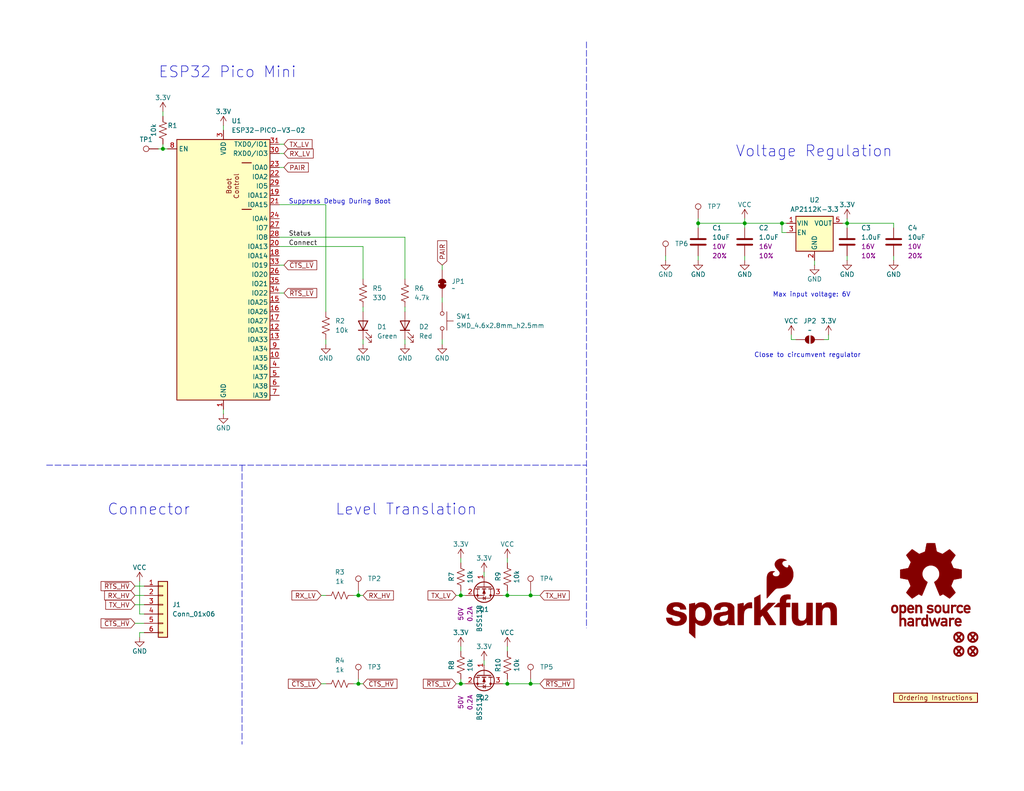
<source format=kicad_sch>
(kicad_sch (version 20231120) (generator "eeschema") (generator_version "8.0")
  (paper "USLetter")
  (title_block (title "SparkFun BlueSMiRF v2 Headers") (date "2023-07-29") (rev "v11") (comment 1 "Designed by: N. Seidle"))
  (lib_symbols
    (symbol "SparkFun-Aesthetic:Fiducial_0.5mm"
      (symbol "Fiducial_0.5mm_1_1"
        (text "x" (at 0 0.254 0) (effects (font (size 2.5 2.5) (bold yes))))
      )
    )
    (symbol "SparkFun-Aesthetic:OSHW_Logo" (pin_names (offset 1.016)) (in_bom no))
    (symbol "SparkFun-Aesthetic:Ordering_Instructions"
      (symbol "Ordering_Instructions_1_1"
        (text "Ordering Instructions" (at 1.27 0 0) (effects (font (size 1.27 1.27))))
      )
    )
    (symbol "SparkFun-Aesthetic:SparkFun_Logo" (pin_names (offset 1.016)) (on_board no))
    (symbol "SparkFun-Capacitor:1.0uF_0603_16V_10%" (pin_numbers hide) (pin_names (offset 0.254))
      (property "Reference" "C" (at 0.635 2.54 0))
      (property "Value" "1.0uF" (at 0.635 -2.54 0))
      (property "Voltage" "16V" (at 0 -6.35 0))
      (property "Tolerance" "10%" (at 0 -8.89 0))
      (symbol "1.0uF_0603_16V_10%_1_1"
        (pin passive line (at 0 3.81 270) (length 2.794) (name "~") (number "1"))
        (pin passive line (at 0 -3.81 90) (length 2.794) (name "~") (number "2"))
      )
    )
    (symbol "SparkFun-Capacitor:10uF_0603_10V_20%" (pin_numbers hide) (pin_names (offset 0.254))
      (property "Reference" "C" (at 0.635 2.54 0))
      (property "Value" "10uF" (at 0.635 -2.54 0))
      (property "Voltage" "10V" (at 0 -6.35 0))
      (property "Tolerance" "20%" (at 0 -8.89 0))
      (symbol "10uF_0603_10V_20%_1_1"
        (pin passive line (at 0 3.81 270) (length 2.794) (name "~") (number "1"))
        (pin passive line (at 0 -3.81 90) (length 2.794) (name "~") (number "2"))
      )
    )
    (symbol "SparkFun-Connector:Conn_01x06_RA_SMD" (pin_names (offset 1.016) hide)
      (property "Reference" "J" (at 0 7.62 0))
      (property "Value" "Conn_01x06" (at 0 -10.16 0))
      (symbol "Conn_01x06_RA_SMD_1_1"
        (pin passive line (at -5.08 5.08 0) (length 3.81) (name "Pin_1") (number "1"))
        (pin passive line (at -5.08 2.54 0) (length 3.81) (name "Pin_2") (number "2"))
        (pin passive line (at -5.08 0 0) (length 3.81) (name "Pin_3") (number "3"))
        (pin passive line (at -5.08 -2.54 0) (length 3.81) (name "Pin_4") (number "4"))
        (pin passive line (at -5.08 -5.08 0) (length 3.81) (name "Pin_5") (number "5"))
        (pin passive line (at -5.08 -7.62 0) (length 3.81) (name "Pin_6") (number "6"))
      )
    )
    (symbol "SparkFun-Connector:TestPoint_0.75mm" (pin_numbers hide) (pin_names (offset 0) hide)
      (property "Reference" "TP" (at 0 5.08 0))
      (symbol "TestPoint_0.75mm_1_1"
        (pin passive line (at 0 0 90) (length 2.54) (name "1") (number "1"))
      )
    )
    (symbol "SparkFun-Connector:TestPoint_PTH" (pin_numbers hide) (pin_names (offset 0.762) hide)
      (property "Reference" "TP" (at 0 5.08 0))
      (symbol "TestPoint_PTH_1_1"
        (pin passive line (at 0 0 90) (length 2.54) (name "1") (number "1"))
      )
    )
    (symbol "SparkFun-DiscreteSemi:Q_NMOS_0.2A_50V" (pin_names (offset 0) hide)
      (property "Reference" "Q" (at 5.08 1.27 0))
      (property "Value" "BSS138" (at 5.08 -1.27 0))
      (property "IMax" "0.2A" (at 7.62 -3.81 0))
      (property "VMax" "50V" (at 7.62 -6.35 0))
      (symbol "Q_NMOS_0.2A_50V_1_1"
        (pin input line (at -2.54 0 0) (length 0) (name "G") (number "1"))
        (pin passive line (at 2.54 -5.08 90) (length 2.54) (name "S") (number "2"))
        (pin passive line (at 2.54 5.08 270) (length 2.54) (name "D") (number "3"))
      )
    )
    (symbol "SparkFun-Jumper:SolderJumper_2_Bridged" (pin_numbers hide) (pin_names (offset 0) hide)
      (property "Reference" "JP" (at 0 2.032 0))
      (property "Value" "~" (at 0 -2.54 0))
      (symbol "SolderJumper_2_Bridged_1_1"
        (pin passive line (at -3.81 0 0) (length 2.54) (name "A") (number "1"))
        (pin passive line (at 3.81 0 180) (length 2.54) (name "B") (number "2"))
      )
    )
    (symbol "SparkFun-Jumper:SolderJumper_2_Open" (pin_numbers hide) (pin_names (offset 0) hide)
      (property "Reference" "JP" (at 0 2.032 0))
      (property "Value" "~" (at 0 -2.54 0))
      (symbol "SolderJumper_2_Open_1_1"
        (pin passive line (at -3.81 0 0) (length 2.54) (name "A") (number "1"))
        (pin passive line (at 3.81 0 180) (length 2.54) (name "B") (number "2"))
      )
    )
    (symbol "SparkFun-LED:LED_Green_0603" (pin_numbers hide) (pin_names (offset 1.016) hide)
      (property "Reference" "D" (at 0 2.54 0))
      (property "Value" "Green" (at 0 -2.54 0))
      (symbol "LED_Green_0603_1_1"
        (pin passive line (at -3.81 0 0) (length 2.54) (name "K") (number "1"))
        (pin passive line (at 3.81 0 180) (length 2.54) (name "A") (number "2"))
      )
    )
    (symbol "SparkFun-LED:LED_Red_0603" (pin_numbers hide) (pin_names (offset 1.016) hide)
      (property "Reference" "D" (at 0 2.54 0))
      (property "Value" "Red" (at 0 -2.54 0))
      (symbol "LED_Red_0603_1_1"
        (pin passive line (at -3.81 0 0) (length 2.54) (name "K") (number "1"))
        (pin passive line (at 3.81 0 180) (length 2.54) (name "A") (number "2"))
      )
    )
    (symbol "SparkFun-PowerSymbol:3.3V" (power) (pin_names (offset 0))
      (property "Value" "3.3V" (at 0 3.81 0))
      (symbol "3.3V_1_1"
        (pin power_in line (at 0 0 90) (length 0) hide (name "3.3V") (number "1"))
      )
    )
    (symbol "SparkFun-PowerSymbol:GND" (power) (pin_names (offset 0))
      (property "Value" "GND" (at 0 -3.81 0))
      (symbol "GND_1_1"
        (pin power_in line (at 0 0 270) (length 0) hide (name "GND") (number "1"))
      )
    )
    (symbol "SparkFun-PowerSymbol:VCC" (power) (pin_names (offset 0))
      (property "Value" "VCC" (at 0 3.81 0))
      (symbol "VCC_1_1"
        (pin power_in line (at 0 0 90) (length 0) hide (name "VCC") (number "1"))
      )
    )
    (symbol "SparkFun-RF:ESP32-PICO-V3-02"
      (property "Reference" "U" (at -12.7 33.02 0))
      (property "Value" "ESP32-PICO-V3-02" (at 1.27 33.02 0))
      (symbol "ESP32-PICO-V3-02_1_1"
        (text "Boot\nControl" (at 2.54 19.05 900) (effects (font (size 1.27 1.27))))
        (pin power_in line (at 0 -41.91 90) (length 2.54) (name "GND") (number "1"))
        (pin input line (at 15.24 -27.94 180) (length 2.54) (name "IA35") (number "10"))
        (pin passive line (at 0 -41.91 90) (length 2.54) hide (name "GND") (number "11"))
        (pin bidirectional line (at 15.24 -20.32 180) (length 2.54) (name "IOA32") (number "12"))
        (pin bidirectional line (at 15.24 -22.86 180) (length 2.54) (name "IOA33") (number "13"))
        (pin passive line (at 0 -41.91 90) (length 2.54) hide (name "GND") (number "14"))
        (pin bidirectional line (at 15.24 -12.7 180) (length 2.54) (name "IOA25") (number "15"))
        (pin bidirectional line (at 15.24 -15.24 180) (length 2.54) (name "IOA26") (number "16"))
        (pin bidirectional line (at 15.24 -17.78 180) (length 2.54) (name "IOA27") (number "17"))
        (pin bidirectional line (at 15.24 0 180) (length 2.54) (name "IOA14") (number "18"))
        (pin bidirectional line (at 15.24 16.51 180) (length 2.54) (name "IOA12") (number "19"))
        (pin passive line (at 0 -41.91 90) (length 2.54) hide (name "GND") (number "2"))
        (pin bidirectional line (at 15.24 2.54 180) (length 2.54) (name "IOA13") (number "20"))
        (pin bidirectional line (at 15.24 13.97 180) (length 2.54) (name "IOA15") (number "21"))
        (pin bidirectional line (at 15.24 21.59 180) (length 2.54) (name "IOA2") (number "22"))
        (pin bidirectional line (at 15.24 24.13 180) (length 2.54) (name "IOA0") (number "23"))
        (pin bidirectional line (at 15.24 10.16 180) (length 2.54) (name "IOA4") (number "24"))
        (pin no_connect line (at -12.7 -11.43 0) (length 2.54) hide (name "NC") (number "25"))
        (pin bidirectional line (at 15.24 -5.08 180) (length 2.54) (name "IO20") (number "26"))
        (pin bidirectional line (at 15.24 7.62 180) (length 2.54) (name "IO7") (number "27"))
        (pin bidirectional line (at 15.24 5.08 180) (length 2.54) (name "IO8") (number "28"))
        (pin bidirectional line (at 15.24 19.05 180) (length 2.54) (name "IO5") (number "29"))
        (pin power_in line (at 0 34.29 270) (length 2.54) (name "VDD") (number "3"))
        (pin bidirectional line (at 15.24 27.94 180) (length 2.54) (name "RXD0/IO3") (number "30"))
        (pin bidirectional line (at 15.24 30.48 180) (length 2.54) (name "TXD0/IO1") (number "31"))
        (pin no_connect line (at -12.7 -13.97 0) (length 2.54) hide (name "NC") (number "32"))
        (pin bidirectional line (at 15.24 -2.54 180) (length 2.54) (name "IO19") (number "33"))
        (pin bidirectional line (at 15.24 -10.16 180) (length 2.54) (name "IO22") (number "34"))
        (pin bidirectional line (at 15.24 -7.62 180) (length 2.54) (name "IO21") (number "35"))
        (pin passive line (at 0 -41.91 90) (length 2.54) hide (name "GND") (number "36"))
        (pin passive line (at 0 -41.91 90) (length 2.54) hide (name "GND") (number "37"))
        (pin passive line (at 0 -41.91 90) (length 2.54) hide (name "GND") (number "38"))
        (pin passive line (at 0 -41.91 90) (length 2.54) hide (name "GND") (number "39"))
        (pin input line (at 15.24 -30.48 180) (length 2.54) (name "IA36") (number "4"))
        (pin passive line (at 0 -41.91 90) (length 2.54) hide (name "GND") (number "40"))
        (pin passive line (at 0 -41.91 90) (length 2.54) hide (name "GND") (number "41"))
        (pin passive line (at 0 -41.91 90) (length 2.54) hide (name "GND") (number "42"))
        (pin passive line (at 0 -41.91 90) (length 2.54) hide (name "GND") (number "43"))
        (pin passive line (at 0 -41.91 90) (length 2.54) hide (name "GND") (number "44"))
        (pin passive line (at 0 -41.91 90) (length 2.54) hide (name "GND") (number "45"))
        (pin passive line (at 0 -41.91 90) (length 2.54) hide (name "GND") (number "46"))
        (pin passive line (at 0 -41.91 90) (length 2.54) hide (name "GND") (number "47"))
        (pin passive line (at 0 -41.91 90) (length 2.54) hide (name "GND") (number "48"))
        (pin passive line (at 0 -41.91 90) (length 2.54) hide (name "GND") (number "49.1"))
        (pin passive line (at 0 -41.91 90) (length 2.54) hide (name "GND") (number "49.2"))
        (pin passive line (at 0 -41.91 90) (length 2.54) hide (name "GND") (number "49.3"))
        (pin passive line (at 0 -41.91 90) (length 2.54) hide (name "GND") (number "49.4"))
        (pin passive line (at 0 -41.91 90) (length 2.54) hide (name "GND") (number "49.5"))
        (pin passive line (at 0 -41.91 90) (length 2.54) hide (name "GND") (number "49.6"))
        (pin passive line (at 0 -41.91 90) (length 2.54) hide (name "GND") (number "49.7"))
        (pin passive line (at 0 -41.91 90) (length 2.54) hide (name "GND") (number "49.8"))
        (pin passive line (at 0 -41.91 90) (length 2.54) hide (name "GND") (number "49.9"))
        (pin input line (at 15.24 -33.02 180) (length 2.54) (name "IA37") (number "5"))
        (pin passive line (at 0 -41.91 90) (length 2.54) hide (name "GND") (number "50"))
        (pin passive line (at 0 -41.91 90) (length 2.54) hide (name "GND") (number "51"))
        (pin passive line (at 0 -41.91 90) (length 2.54) hide (name "GND") (number "52"))
        (pin passive line (at 0 -41.91 90) (length 2.54) hide (name "GND") (number "53"))
        (pin input line (at 15.24 -35.56 180) (length 2.54) (name "IA38") (number "6"))
        (pin input line (at 15.24 -38.1 180) (length 2.54) (name "IA39") (number "7"))
        (pin input line (at -15.24 29.21 0) (length 2.54) (name "EN") (number "8"))
        (pin input line (at 15.24 -25.4 180) (length 2.54) (name "IA34") (number "9"))
      )
    )
    (symbol "SparkFun-Regulator:AP2112K-3.3" (pin_names (offset 0.254))
      (property "Reference" "U3" (at 0 8.89 0))
      (property "Value" "AP2112K-3.3" (at 0 6.35 0))
      (symbol "AP2112K-3.3_1_1"
        (pin power_in line (at -7.62 2.54 0) (length 2.54) (name "VIN") (number "1"))
        (pin power_in line (at 0 -7.62 90) (length 2.54) (name "GND") (number "2"))
        (pin input line (at -7.62 0 0) (length 2.54) (name "EN") (number "3"))
        (pin no_connect line (at 5.08 0 180) (length 2.54) hide (name "NC") (number "4"))
        (pin power_out line (at 7.62 2.54 180) (length 2.54) (name "VOUT") (number "5"))
      )
    )
    (symbol "SparkFun-Resistor:10k_0603" (pin_numbers hide) (pin_names (offset 0))
      (property "Reference" "R" (at 0 -2.54 0))
      (property "Value" "10k" (at 0 2.54 0))
      (symbol "10k_0603_1_1"
        (pin passive line (at 3.81 0 180) (length 1.27) (name "~") (number "1"))
        (pin passive line (at -3.81 0 0) (length 1.27) (name "~") (number "2"))
      )
    )
    (symbol "SparkFun-Resistor:1k_0603" (pin_numbers hide) (pin_names (offset 0))
      (property "Reference" "R" (at 0 -2.54 0))
      (property "Value" "1k" (at 0 2.54 0))
      (symbol "1k_0603_1_1"
        (pin passive line (at 3.81 0 180) (length 1.27) (name "~") (number "1"))
        (pin passive line (at -3.81 0 0) (length 1.27) (name "~") (number "2"))
      )
    )
    (symbol "SparkFun-Resistor:330_0603" (pin_numbers hide) (pin_names (offset 0))
      (property "Reference" "R" (at 0 -2.54 0))
      (property "Value" "330" (at 0 2.54 0))
      (symbol "330_0603_1_1"
        (pin passive line (at 3.81 0 180) (length 1.27) (name "~") (number "1"))
        (pin passive line (at -3.81 0 0) (length 1.27) (name "~") (number "2"))
      )
    )
    (symbol "SparkFun-Resistor:4.7k_0603" (pin_numbers hide) (pin_names (offset 0))
      (property "Reference" "R" (at 0 -2.54 0))
      (property "Value" "4.7k" (at 0 2.54 0))
      (symbol "4.7k_0603_1_1"
        (pin passive line (at 3.81 0 180) (length 1.27) (name "~") (number "1"))
        (pin passive line (at -3.81 0 0) (length 1.27) (name "~") (number "2"))
      )
    )
    (symbol "SparkFun-Switch:SPST_Push_SMD_4.6x2.8mm_h2.5mm" (pin_numbers hide) (pin_names (offset 0) hide)
      (property "Reference" "SW" (at 0 5.08 0))
      (property "Value" "SMD_4.6x2.8mm_h2.5mm" (at 0 -2.54 0))
      (symbol "SPST_Push_SMD_4.6x2.8mm_h2.5mm_0_1"
        (pin passive line (at -5.08 0 0) (length 2.54) (name "1") (number "1"))
      )
      (symbol "SPST_Push_SMD_4.6x2.8mm_h2.5mm_1_1"
        (pin passive line (at 5.08 0 180) (length 2.54) (name "2") (number "2"))
      )
    )
    (symbol "power:GND" (power) (pin_numbers hide) (pin_names (offset 0) hide)
      (property "Value" "GND" (at 0 -3.81 0))
      (symbol "GND_1_1"
        (pin power_in line (at 0 0 270) (length 0) (name "~") (number "1"))
      )
    )
  )
  (junction (at 97.79 162.56))
  (junction (at 125.73 162.56))
  (junction (at 44.45 40.64))
  (junction (at 231.14 60.96))
  (junction (at 97.79 186.69))
  (junction (at 144.78 186.69))
  (junction (at 213.36 60.96))
  (junction (at 144.78 162.56))
  (junction (at 138.43 186.69))
  (junction (at 138.43 162.56))
  (junction (at 190.5 60.96))
  (junction (at 125.73 186.69))
  (junction (at 203.2 60.96))
  (wire (pts (xy 39.37 167.64) (xy 38.1 167.64)))
  (wire (pts (xy 99.06 67.31) (xy 99.06 76.2)))
  (wire (pts (xy 45.72 40.64) (xy 44.45 40.64)))
  (wire (pts (xy 110.49 64.77) (xy 110.49 76.2)))
  (wire (pts (xy 138.43 152.4) (xy 138.43 153.67)))
  (wire (pts (xy 138.43 185.42) (xy 138.43 186.69)))
  (wire (pts (xy 144.78 161.29) (xy 144.78 162.56)))
  (wire (pts (xy 213.36 60.96) (xy 214.63 60.96)))
  (wire (pts (xy 138.43 161.29) (xy 138.43 162.56)))
  (wire (pts (xy 60.96 34.29) (xy 60.96 35.56)))
  (wire (pts (xy 138.43 186.69) (xy 144.78 186.69)))
  (wire (pts (xy 97.79 185.42) (xy 97.79 186.69)))
  (wire (pts (xy 88.9 55.88) (xy 88.9 85.09)))
  (wire (pts (xy 132.08 180.34) (xy 132.08 181.61)))
  (wire (pts (xy 76.2 45.72) (xy 77.47 45.72)))
  (wire (pts (xy 99.06 92.71) (xy 99.06 93.98)))
  (wire (pts (xy 231.14 60.96) (xy 243.84 60.96)))
  (wire (pts (xy 222.25 71.12) (xy 222.25 72.39)))
  (wire (pts (xy 190.5 60.96) (xy 203.2 60.96)))
  (wire (pts (xy 138.43 176.53) (xy 138.43 177.8)))
  (wire (pts (xy 87.63 162.56) (xy 88.9 162.56)))
  (wire (pts (xy 125.73 152.4) (xy 125.73 153.67)))
  (wire (pts (xy 203.2 69.85) (xy 203.2 71.12)))
  (wire (pts (xy 224.79 92.71) (xy 226.06 92.71)))
  (wire (pts (xy 125.73 161.29) (xy 125.73 162.56)))
  (wire (pts (xy 127 162.56) (xy 125.73 162.56)))
  (wire (pts (xy 87.63 186.69) (xy 88.9 186.69)))
  (wire (pts (xy 132.08 156.21) (xy 132.08 157.48)))
  (polyline (pts (xy 66.04 127) (xy 66.04 203.2)) (stroke (width 0) (type dash)))
  (wire (pts (xy 190.5 59.69) (xy 190.5 60.96)))
  (wire (pts (xy 76.2 39.37) (xy 77.47 39.37)))
  (wire (pts (xy 76.2 80.01) (xy 77.47 80.01)))
  (wire (pts (xy 120.65 93.98) (xy 120.65 92.71)))
  (wire (pts (xy 99.06 83.82) (xy 99.06 85.09)))
  (wire (pts (xy 190.5 62.23) (xy 190.5 60.96)))
  (wire (pts (xy 36.83 160.02) (xy 39.37 160.02)))
  (wire (pts (xy 144.78 186.69) (xy 147.32 186.69)))
  (wire (pts (xy 39.37 172.72) (xy 38.1 172.72)))
  (wire (pts (xy 44.45 30.48) (xy 44.45 31.75)))
  (wire (pts (xy 97.79 186.69) (xy 99.06 186.69)))
  (wire (pts (xy 203.2 59.69) (xy 203.2 60.96)))
  (wire (pts (xy 124.46 162.56) (xy 125.73 162.56)))
  (wire (pts (xy 125.73 185.42) (xy 125.73 186.69)))
  (wire (pts (xy 76.2 64.77) (xy 110.49 64.77)))
  (wire (pts (xy 96.52 186.69) (xy 97.79 186.69)))
  (wire (pts (xy 203.2 60.96) (xy 203.2 62.23)))
  (wire (pts (xy 137.16 162.56) (xy 138.43 162.56)))
  (wire (pts (xy 214.63 63.5) (xy 213.36 63.5)))
  (wire (pts (xy 36.83 162.56) (xy 39.37 162.56)))
  (wire (pts (xy 243.84 60.96) (xy 243.84 62.23)))
  (wire (pts (xy 231.14 69.85) (xy 231.14 71.12)))
  (wire (pts (xy 124.46 186.69) (xy 125.73 186.69)))
  (wire (pts (xy 138.43 162.56) (xy 144.78 162.56)))
  (wire (pts (xy 88.9 93.98) (xy 88.9 92.71)))
  (wire (pts (xy 213.36 63.5) (xy 213.36 60.96)))
  (wire (pts (xy 44.45 40.64) (xy 44.45 39.37)))
  (wire (pts (xy 76.2 67.31) (xy 99.06 67.31)))
  (wire (pts (xy 60.96 113.03) (xy 60.96 111.76)))
  (wire (pts (xy 215.9 91.44) (xy 215.9 92.71)))
  (wire (pts (xy 76.2 55.88) (xy 88.9 55.88)))
  (wire (pts (xy 144.78 185.42) (xy 144.78 186.69)))
  (wire (pts (xy 231.14 60.96) (xy 231.14 62.23)))
  (wire (pts (xy 231.14 59.69) (xy 231.14 60.96)))
  (wire (pts (xy 76.2 41.91) (xy 77.47 41.91)))
  (wire (pts (xy 36.83 165.1) (xy 39.37 165.1)))
  (wire (pts (xy 38.1 172.72) (xy 38.1 173.99)))
  (wire (pts (xy 96.52 162.56) (xy 97.79 162.56)))
  (wire (pts (xy 97.79 161.29) (xy 97.79 162.56)))
  (wire (pts (xy 137.16 186.69) (xy 138.43 186.69)))
  (wire (pts (xy 120.65 72.39) (xy 120.65 73.66)))
  (wire (pts (xy 243.84 69.85) (xy 243.84 71.12)))
  (wire (pts (xy 97.79 162.56) (xy 99.06 162.56)))
  (polyline (pts (xy 12.7 127) (xy 160.02 127)) (stroke (width 0) (type dash)))
  (wire (pts (xy 76.2 72.39) (xy 77.47 72.39)))
  (wire (pts (xy 190.5 69.85) (xy 190.5 71.12)))
  (wire (pts (xy 203.2 60.96) (xy 213.36 60.96)))
  (wire (pts (xy 125.73 186.69) (xy 127 186.69)))
  (wire (pts (xy 110.49 92.71) (xy 110.49 93.98)))
  (wire (pts (xy 43.18 40.64) (xy 44.45 40.64)))
  (wire (pts (xy 144.78 162.56) (xy 147.32 162.56)))
  (wire (pts (xy 120.65 81.28) (xy 120.65 82.55)))
  (wire (pts (xy 229.87 60.96) (xy 231.14 60.96)))
  (wire (pts (xy 181.61 71.12) (xy 181.61 69.85)))
  (wire (pts (xy 215.9 92.71) (xy 217.17 92.71)))
  (wire (pts (xy 226.06 91.44) (xy 226.06 92.71)))
  (wire (pts (xy 38.1 158.75) (xy 38.1 167.64)))
  (wire (pts (xy 125.73 176.53) (xy 125.73 177.8)))
  (wire (pts (xy 36.83 170.18) (xy 39.37 170.18)))
  (polyline (pts (xy 160.02 11.43) (xy 160.02 171.45)) (stroke (width 0) (type dash)))
  (wire (pts (xy 110.49 83.82) (xy 110.49 85.09)))
  (text "Max input voltage: 6V" (at 210.82 81.28 0) (effects (font (size 1.27 1.27)) (justify left bottom)))
  (text "ESP32 Pico Mini\n" (at 43.18 21.59 0) (effects (font (size 3 3)) (justify left bottom)))
  (text "Connector\n" (at 29.21 140.97 0) (effects (font (size 3 3)) (justify left bottom)))
  (text "Level Translation\n" (at 91.44 140.97 0) (effects (font (size 3 3)) (justify left bottom)))
  (text "Voltage Regulation" (at 200.66 43.18 0) (effects (font (size 3 3)) (justify left bottom)))
  (text "Suppress Debug During Boot" (at 78.74 55.88 0) (effects (font (size 1.27 1.27)) (justify left bottom)))
  (text "Close to circumvent regulator" (at 205.74 97.79 0) (effects (font (size 1.27 1.27)) (justify left bottom)))
  (label "Status" (at 78.74 64.77 0))
  (label "Connect" (at 78.74 67.31 0))
  (global_label "TX_LV" (shape input) (at 77.47 39.37 0) (property "Intersheetrefs" "${INTERSHEET_REFS}" (effects (hide yes))))
  (global_label "RX_HV" (shape input) (at 36.83 162.56 180) (property "Intersheetrefs" "${INTERSHEET_REFS}" (effects (hide yes))))
  (global_label "~{RTS_LV}" (shape input) (at 124.46 186.69 180) (property "Intersheetrefs" "${INTERSHEET_REFS}" (effects (hide yes))))
  (global_label "~{CTS_HV}" (shape input) (at 99.06 186.69 0) (property "Intersheetrefs" "${INTERSHEET_REFS}" (effects (hide yes))))
  (global_label "~{RTS_HV}" (shape input) (at 147.32 186.69 0) (property "Intersheetrefs" "${INTERSHEET_REFS}" (effects (hide yes))))
  (global_label "RX_LV" (shape input) (at 87.63 162.56 180) (property "Intersheetrefs" "${INTERSHEET_REFS}" (effects (hide yes))))
  (global_label "PAIR" (shape input) (at 120.65 72.39 90) (property "Intersheetrefs" "${INTERSHEET_REFS}" (effects (hide yes))))
  (global_label "~{CTS_LV}" (shape input) (at 77.47 72.39 0) (property "Intersheetrefs" "${INTERSHEET_REFS}" (effects (hide yes))))
  (global_label "PAIR" (shape input) (at 77.47 45.72 0) (property "Intersheetrefs" "${INTERSHEET_REFS}" (effects (hide yes))))
  (global_label "TX_HV" (shape input) (at 147.32 162.56 0) (property "Intersheetrefs" "${INTERSHEET_REFS}" (effects (hide yes))))
  (global_label "RX_HV" (shape input) (at 99.06 162.56 0) (property "Intersheetrefs" "${INTERSHEET_REFS}" (effects (hide yes))))
  (global_label "~{RTS_HV}" (shape input) (at 36.83 160.02 180) (property "Intersheetrefs" "${INTERSHEET_REFS}" (effects (hide yes))))
  (global_label "RX_LV" (shape input) (at 77.47 41.91 0) (property "Intersheetrefs" "${INTERSHEET_REFS}" (effects (hide yes))))
  (global_label "~{RTS_LV}" (shape input) (at 77.47 80.01 0) (property "Intersheetrefs" "${INTERSHEET_REFS}" (effects (hide yes))))
  (global_label "TX_HV" (shape input) (at 36.83 165.1 180) (property "Intersheetrefs" "${INTERSHEET_REFS}" (effects (hide yes))))
  (global_label "~{CTS_HV}" (shape input) (at 36.83 170.18 180) (property "Intersheetrefs" "${INTERSHEET_REFS}" (effects (hide yes))))
  (global_label "~{CTS_LV}" (shape input) (at 87.63 186.69 180) (property "Intersheetrefs" "${INTERSHEET_REFS}" (effects (hide yes))))
  (global_label "TX_LV" (shape input) (at 124.46 162.56 180) (property "Intersheetrefs" "${INTERSHEET_REFS}" (effects (hide yes))))
  (symbol (lib_id "SparkFun-Aesthetic:Fiducial_0.5mm") (at 265.43 177.8 0) (unit 1)
    (property "Reference" "FID4" (effects (hide yes)))
    (property "Value" "Fiducial_0.5mm" (effects (hide yes)))
    (property "Footprint" "SparkFun-Aesthetic:Fiducial_0.5mm_Mask1mm" (effects (hide yes)))
    (property "Description" "Fiducial Marker" (effects (hide yes)))
  )
  (symbol (lib_id "SparkFun-Aesthetic:Fiducial_0.5mm") (at 265.43 173.99 0) (unit 1)
    (property "Reference" "FID3" (effects (hide yes)))
    (property "Value" "Fiducial_0.5mm" (effects (hide yes)))
    (property "Footprint" "SparkFun-Aesthetic:Fiducial_0.5mm_Mask1mm" (effects (hide yes)))
    (property "Description" "Fiducial Marker" (effects (hide yes)))
  )
  (symbol (lib_id "SparkFun-Jumper:SolderJumper_2_Bridged") (at 120.65 77.47 90) (unit 1)
    (property "Reference" "JP1" (at 123.19 76.8349 90) (effects (justify right)))
    (property "Value" "~" (at 123.19 78.74 90) (effects (justify right)))
    (property "Footprint" "SparkFun-Jumper:Jumper_2_NC_Trace" (effects (hide yes)))
    (property "Description" "Solder Jumper, 2-pole, closed/bridged" (effects (hide yes)))
  )
  (symbol (lib_id "SparkFun-LED:LED_Green_0603") (at 99.06 88.9 90) (unit 1)
    (property "Reference" "D1" (at 102.87 89.2174 90) (effects (justify right)))
    (property "Value" "Green" (at 102.87 91.7574 90) (effects (justify right)))
    (property "Footprint" "SparkFun-LED:LED_0603_1608Metric_Green" (effects (hide yes)))
    (property "Datasheet" "https://docs.broadcom.com/docs/AV02-0551EN" (effects (hide yes)))
    (property "Description" "Light emitting diode" (effects (hide yes)))
    (property "PROD_ID" "DIO-00821" (effects (hide yes)))
  )
  (symbol (lib_id "SparkFun-Capacitor:1.0uF_0603_16V_10%") (at 231.14 66.04 0) (unit 1)
    (property "Reference" "C3" (at 234.95 62.2299 0) (effects (justify left)))
    (property "Value" "1.0uF" (at 234.95 64.7699 0) (effects (justify left)))
    (property "Footprint" "SparkFun-Capacitor:C_0603_1608Metric" (effects (hide yes)))
    (property "Datasheet" "https://cdn.sparkfun.com/assets/8/a/4/a/5/Kemet_Capacitor_Datasheet.pdf" (effects (hide yes)))
    (property "Description" "Unpolarized capacitor" (effects (hide yes)))
    (property "PROD_ID" "CAP-13930" (effects (hide yes)))
    (property "Voltage" "16V" (at 234.95 67.3099 0) (effects (justify left)))
    (property "Tolerance" "10%" (at 234.95 69.8499 0) (effects (justify left)))
  )
  (symbol (lib_id "SparkFun-PowerSymbol:VCC") (at 203.2 59.69 0) (unit 1)
    (property "Reference" "#PWR0107" (effects (hide yes)))
    (property "Value" "VCC" (at 203.2 55.88 0))
    (property "Description" "Power symbol creates a global label with name \"VCC\"" (effects (hide yes)))
  )
  (symbol (lib_id "SparkFun-Connector:TestPoint_0.75mm") (at 97.79 185.42 0) (unit 1)
    (property "Reference" "TP3" (at 100.33 182.1179 0) (effects (justify left)))
    (property "Value" "0.75mm" (effects (hide yes)))
    (property "Footprint" "SparkFun-Connector:TestPoint-0.75mm" (effects (hide yes)))
    (property "Description" "Test Point" (effects (hide yes)))
  )
  (symbol (lib_id "power:GND") (at 222.25 72.39 0) (unit 1)
    (property "Reference" "#PWR0116" (effects (hide yes)))
    (property "Value" "GND" (at 222.25 76.2 0))
    (property "Description" "Power symbol creates a global label with name \"GND\" , ground" (effects (hide yes)))
  )
  (symbol (lib_id "SparkFun-Aesthetic:SparkFun_Logo") (at 204.47 167.64 0) (unit 1) (on_board no)
    (property "Reference" "G1" (effects (hide yes)))
    (property "Value" "SparkFun_Logo" (effects (hide yes)))
  )
  (symbol (lib_id "power:GND") (at 243.84 71.12 0) (unit 1)
    (property "Reference" "#PWR0119" (effects (hide yes)))
    (property "Value" "GND" (at 243.84 74.93 0))
    (property "Description" "Power symbol creates a global label with name \"GND\" , ground" (effects (hide yes)))
  )
  (symbol (lib_id "SparkFun-Resistor:10k_0603") (at 125.73 157.48 270) (unit 1)
    (property "Reference" "R7" (at 123.19 157.48 0))
    (property "Value" "10k" (at 128.27 157.48 0))
    (property "Footprint" "SparkFun-Resistor:R_0603_1608Metric" (effects (hide yes)))
    (property "Datasheet" "https://www.vishay.com/docs/20035/dcrcwe3.pdf" (effects (hide yes)))
    (property "Description" "Resistor" (effects (hide yes)))
    (property "PROD_ID" "RES-00824" (effects (hide yes)))
  )
  (symbol (lib_id "SparkFun-Connector:TestPoint_0.75mm") (at 97.79 161.29 0) (unit 1)
    (property "Reference" "TP2" (at 100.33 157.9879 0) (effects (justify left)))
    (property "Value" "0.75mm" (effects (hide yes)))
    (property "Footprint" "SparkFun-Connector:TestPoint-0.75mm" (effects (hide yes)))
    (property "Description" "Test Point" (effects (hide yes)))
  )
  (symbol (lib_id "SparkFun-RF:ESP32-PICO-V3-02") (at 60.96 69.85 0) (unit 1)
    (property "Reference" "U1" (at 63.1541 33.02 0) (effects (justify left)))
    (property "Value" "ESP32-PICO-V3-02" (at 63.1541 35.56 0) (effects (justify left)))
    (property "Footprint" "SparkFun-RF:ESP32-PICO-MINI" (effects (hide yes)))
    (property "Datasheet" "https://www.espressif.com/sites/default/files/documentation/esp32-pico-mini-02_datasheet_en.pdf" (effects (hide yes)))
    (property "Description" "ESP32 Small Formfactor" (effects (hide yes)))
    (property "PROD_ID" "IC-19692" (effects (hide yes)))
  )
  (symbol (lib_id "SparkFun-PowerSymbol:3.3V") (at 125.73 176.53 0) (unit 1)
    (property "Reference" "#PWR0113" (effects (hide yes)))
    (property "Value" "3.3V" (at 125.73 172.72 0))
    (property "Description" "Power symbol creates a global label with name \"3.3V\"" (effects (hide yes)))
  )
  (symbol (lib_id "SparkFun-Resistor:1k_0603") (at 92.71 162.56 180) (unit 1)
    (property "Reference" "R3" (at 92.71 156.21 0))
    (property "Value" "1k" (at 92.71 158.75 0))
    (property "Footprint" "SparkFun-Resistor:R_0603_1608Metric" (effects (hide yes)))
    (property "Datasheet" "https://www.vishay.com/docs/20035/dcrcwe3.pdf" (effects (hide yes)))
    (property "Description" "Resistor" (effects (hide yes)))
    (property "PROD_ID" "RES-07856" (effects (hide yes)))
  )
  (symbol (lib_id "power:GND") (at 203.2 71.12 0) (unit 1)
    (property "Reference" "#PWR0104" (effects (hide yes)))
    (property "Value" "GND" (at 203.2 74.93 0))
    (property "Description" "Power symbol creates a global label with name \"GND\" , ground" (effects (hide yes)))
  )
  (symbol (lib_id "SparkFun-Capacitor:10uF_0603_10V_20%") (at 190.5 66.04 0) (unit 1)
    (property "Reference" "C1" (at 194.31 62.2299 0) (effects (justify left)))
    (property "Value" "10uF" (at 194.31 64.7699 0) (effects (justify left)))
    (property "Footprint" "SparkFun-Capacitor:C_0603_1608Metric" (effects (hide yes)))
    (property "Datasheet" "https://cdn.sparkfun.com/assets/8/a/4/a/5/Kemet_Capacitor_Datasheet.pdf" (effects (hide yes)))
    (property "Description" "Unpolarized capacitor" (effects (hide yes)))
    (property "PROD_ID" "CAP-20155" (effects (hide yes)))
    (property "Voltage" "10V" (at 194.31 67.3099 0) (effects (justify left)))
    (property "Tolerance" "20%" (at 194.31 69.8499 0) (effects (justify left)))
  )
  (symbol (lib_id "SparkFun-PowerSymbol:GND") (at 120.65 93.98 0) (unit 1)
    (property "Reference" "#PWR0123" (effects (hide yes)))
    (property "Value" "GND" (at 120.65 97.79 0))
    (property "Description" "Power symbol creates a global label with name \"GND\" , ground" (effects (hide yes)))
  )
  (symbol (lib_id "SparkFun-DiscreteSemi:Q_NMOS_0.2A_50V") (at 132.08 160.02 270) (unit 1)
    (property "Reference" "Q1" (at 132.08 166.37 90))
    (property "Value" "BSS138" (at 130.81 165.1 0) (effects (justify left)))
    (property "Footprint" "SparkFun-Semiconductor-Standard:SOT23-3" (effects (hide yes)))
    (property "Datasheet" "https://cdn.sparkfun.com/datasheets/BreakoutBoards/BSS138.pdf" (effects (hide yes)))
    (property "Description" "N-MOSFET transistor, drain/gate/source" (effects (hide yes)))
    (property "PROD_ID" "TRANS-00830" (effects (hide yes)))
    (property "IMax" "0.2A" (at 128.27 167.64 0))
    (property "VMax" "50V" (at 125.73 167.64 0))
  )
  (symbol (lib_id "SparkFun-Capacitor:1.0uF_0603_16V_10%") (at 203.2 66.04 0) (unit 1)
    (property "Reference" "C2" (at 207.01 62.2299 0) (effects (justify left)))
    (property "Value" "1.0uF" (at 207.01 64.7699 0) (effects (justify left)))
    (property "Footprint" "SparkFun-Capacitor:C_0603_1608Metric" (effects (hide yes)))
    (property "Datasheet" "https://cdn.sparkfun.com/assets/8/a/4/a/5/Kemet_Capacitor_Datasheet.pdf" (effects (hide yes)))
    (property "Description" "Unpolarized capacitor" (effects (hide yes)))
    (property "PROD_ID" "CAP-13930" (effects (hide yes)))
    (property "Voltage" "16V" (at 207.01 67.3099 0) (effects (justify left)))
    (property "Tolerance" "10%" (at 207.01 69.8499 0) (effects (justify left)))
  )
  (symbol (lib_id "SparkFun-PowerSymbol:VCC") (at 215.9 91.44 0) (unit 1)
    (property "Reference" "#PWR0121" (effects (hide yes)))
    (property "Value" "VCC" (at 215.9 87.63 0))
    (property "Description" "Power symbol creates a global label with name \"VCC\"" (effects (hide yes)))
  )
  (symbol (lib_id "SparkFun-Switch:SPST_Push_SMD_4.6x2.8mm_h2.5mm") (at 120.65 87.63 270) (unit 1)
    (property "Reference" "SW1" (at 124.46 86.3599 90) (effects (justify left)))
    (property "Value" "SMD_4.6x2.8mm_h2.5mm" (at 124.46 88.8999 90) (effects (justify left)))
    (property "Footprint" "SparkFun-Switch:Push_SMD_4.6x2.8mm_h2.5mm" (effects (hide yes)))
    (property "Description" "Single Pole Single Throw (SPST) switch" (effects (hide yes)))
    (property "PROD_ID" "SWCH-15606" (effects (hide yes)))
  )
  (symbol (lib_id "SparkFun-Connector:TestPoint_0.75mm") (at 190.5 59.69 0) (unit 1)
    (property "Reference" "TP7" (at 193.04 56.3879 0) (effects (justify left)))
    (property "Value" "0.75mm" (effects (hide yes)))
    (property "Footprint" "SparkFun-Connector:TestPoint-0.75mm" (effects (hide yes)))
    (property "Description" "Test Point" (effects (hide yes)))
  )
  (symbol (lib_id "SparkFun-Resistor:330_0603") (at 99.06 80.01 90) (unit 1)
    (property "Reference" "R5" (at 101.6 78.7399 90) (effects (justify right)))
    (property "Value" "330" (at 101.6 81.2799 90) (effects (justify right)))
    (property "Footprint" "SparkFun-Resistor:R_0603_1608Metric" (effects (hide yes)))
    (property "Datasheet" "https://www.vishay.com/docs/20035/dcrcwe3.pdf" (effects (hide yes)))
    (property "Description" "Resistor" (effects (hide yes)))
    (property "PROD_ID" "RES-00818" (effects (hide yes)))
  )
  (symbol (lib_id "SparkFun-Resistor:1k_0603") (at 92.71 186.69 180) (unit 1)
    (property "Reference" "R4" (at 92.71 180.34 0))
    (property "Value" "1k" (at 92.71 182.88 0))
    (property "Footprint" "SparkFun-Resistor:R_0603_1608Metric" (effects (hide yes)))
    (property "Datasheet" "https://www.vishay.com/docs/20035/dcrcwe3.pdf" (effects (hide yes)))
    (property "Description" "Resistor" (effects (hide yes)))
    (property "PROD_ID" "RES-07856" (effects (hide yes)))
  )
  (symbol (lib_id "SparkFun-DiscreteSemi:Q_NMOS_0.2A_50V") (at 132.08 184.15 270) (unit 1)
    (property "Reference" "Q2" (at 132.08 190.5 90))
    (property "Value" "BSS138" (at 130.81 189.23 0) (effects (justify left)))
    (property "Footprint" "SparkFun-Semiconductor-Standard:SOT23-3" (effects (hide yes)))
    (property "Datasheet" "https://cdn.sparkfun.com/datasheets/BreakoutBoards/BSS138.pdf" (effects (hide yes)))
    (property "Description" "N-MOSFET transistor, drain/gate/source" (effects (hide yes)))
    (property "PROD_ID" "TRANS-00830" (effects (hide yes)))
    (property "IMax" "0.2A" (at 128.27 191.77 0))
    (property "VMax" "50V" (at 125.73 191.77 0))
  )
  (symbol (lib_id "SparkFun-Capacitor:10uF_0603_10V_20%") (at 243.84 66.04 0) (unit 1)
    (property "Reference" "C4" (at 247.65 62.2299 0) (effects (justify left)))
    (property "Value" "10uF" (at 247.65 64.7699 0) (effects (justify left)))
    (property "Footprint" "SparkFun-Capacitor:C_0603_1608Metric" (effects (hide yes)))
    (property "Datasheet" "https://cdn.sparkfun.com/assets/8/a/4/a/5/Kemet_Capacitor_Datasheet.pdf" (effects (hide yes)))
    (property "Description" "Unpolarized capacitor" (effects (hide yes)))
    (property "PROD_ID" "CAP-20155" (effects (hide yes)))
    (property "Voltage" "10V" (at 247.65 67.3099 0) (effects (justify left)))
    (property "Tolerance" "20%" (at 247.65 69.8499 0) (effects (justify left)))
  )
  (symbol (lib_id "SparkFun-Aesthetic:Fiducial_0.5mm") (at 261.62 173.99 0) (unit 1)
    (property "Reference" "FID1" (effects (hide yes)))
    (property "Value" "Fiducial_0.5mm" (effects (hide yes)))
    (property "Footprint" "SparkFun-Aesthetic:Fiducial_0.5mm_Mask1mm" (effects (hide yes)))
    (property "Description" "Fiducial Marker" (effects (hide yes)))
  )
  (symbol (lib_id "SparkFun-Resistor:4.7k_0603") (at 110.49 80.01 90) (unit 1)
    (property "Reference" "R6" (at 113.03 78.7399 90) (effects (justify right)))
    (property "Value" "4.7k" (at 113.03 81.2799 90) (effects (justify right)))
    (property "Footprint" "SparkFun-Resistor:R_0603_1608Metric" (effects (hide yes)))
    (property "Datasheet" "https://www.vishay.com/docs/20035/dcrcwe3.pdf" (effects (hide yes)))
    (property "Description" "Resistor" (effects (hide yes)))
    (property "PROD_ID" "RES-07857" (effects (hide yes)))
  )
  (symbol (lib_id "SparkFun-Connector:Conn_01x06_RA_SMD") (at 44.45 165.1 0) (unit 1)
    (property "Reference" "J1" (at 46.99 165.1 0) (effects (justify left)))
    (property "Value" "Conn_01x06" (at 46.99 167.64 0) (effects (justify left)))
    (property "Footprint" "SparkFun-Connector:1x06_SMD_RA_Male" (effects (hide yes)))
    (property "Datasheet" "https://www.sparkfun.com/datasheets/Prototyping/Connectors/11029.pdf" (effects (hide yes)))
    (property "Description" "Generic connector, single row, 01x06, script generated (kicad-library-utils/schlib/autogen/connector/)" (effects (hide yes)))
    (property "PROD_ID" "CONN-08971" (effects (hide yes)))
  )
  (symbol (lib_id "SparkFun-PowerSymbol:3.3V") (at 132.08 180.34 0) (unit 1)
    (property "Reference" "#PWR0115" (effects (hide yes)))
    (property "Value" "3.3V" (at 132.08 176.53 0))
    (property "Description" "Power symbol creates a global label with name \"3.3V\"" (effects (hide yes)))
  )
  (symbol (lib_id "SparkFun-PowerSymbol:3.3V") (at 44.45 30.48 0) (unit 1)
    (property "Reference" "#PWR0101" (effects (hide yes)))
    (property "Value" "3.3V" (at 44.45 26.67 0))
    (property "Description" "Power symbol creates a global label with name \"3.3V\"" (effects (hide yes)))
  )
  (symbol (lib_id "SparkFun-Connector:TestPoint_0.75mm") (at 144.78 185.42 0) (unit 1)
    (property "Reference" "TP5" (at 147.32 182.1179 0) (effects (justify left)))
    (property "Value" "0.75mm" (effects (hide yes)))
    (property "Footprint" "SparkFun-Connector:TestPoint-0.75mm" (effects (hide yes)))
    (property "Description" "Test Point" (effects (hide yes)))
  )
  (symbol (lib_id "power:GND") (at 60.96 113.03 0) (unit 1)
    (property "Reference" "#PWR0103" (effects (hide yes)))
    (property "Value" "GND" (at 60.96 116.84 0))
    (property "Description" "Power symbol creates a global label with name \"GND\" , ground" (effects (hide yes)))
  )
  (symbol (lib_id "SparkFun-PowerSymbol:3.3V") (at 132.08 156.21 0) (unit 1)
    (property "Reference" "#PWR0110" (effects (hide yes)))
    (property "Value" "3.3V" (at 132.08 152.4 0))
    (property "Description" "Power symbol creates a global label with name \"3.3V\"" (effects (hide yes)))
  )
  (symbol (lib_id "SparkFun-Resistor:10k_0603") (at 138.43 157.48 270) (unit 1)
    (property "Reference" "R9" (at 135.89 158.75 0) (effects (justify right)))
    (property "Value" "10k" (at 140.97 157.48 0))
    (property "Footprint" "SparkFun-Resistor:R_0603_1608Metric" (effects (hide yes)))
    (property "Datasheet" "https://www.vishay.com/docs/20035/dcrcwe3.pdf" (effects (hide yes)))
    (property "Description" "Resistor" (effects (hide yes)))
    (property "PROD_ID" "RES-00824" (effects (hide yes)))
  )
  (symbol (lib_id "SparkFun-PowerSymbol:VCC") (at 138.43 152.4 0) (unit 1)
    (property "Reference" "#PWR0111" (effects (hide yes)))
    (property "Value" "VCC" (at 138.43 148.59 0))
    (property "Description" "Power symbol creates a global label with name \"VCC\"" (effects (hide yes)))
  )
  (symbol (lib_id "SparkFun-Regulator:AP2112K-3.3") (at 222.25 63.5 0) (unit 1)
    (property "Reference" "U2" (at 222.25 54.61 0))
    (property "Value" "AP2112K-3.3" (at 222.25 57.15 0))
    (property "Footprint" "SparkFun-Semiconductor-Standard:SOT23-5" (effects (hide yes)))
    (property "Datasheet" "https://www.diodes.com/assets/Datasheets/AP2112.pdf" (effects (hide yes)))
    (property "Description" "600mA low dropout linear regulator, with enable pin, 3.8V-6V input voltage range, 3.3V fixed positive output, SOT-23-5" (effects (hide yes)))
    (property "PROD_ID" "VREG-12457" (effects (hide yes)))
    (property "VMax" "6V" (effects (hide yes)))
    (property "Imax" "600mA" (effects (hide yes)))
    (property "Iq" "55µA" (effects (hide yes)))
  )
  (symbol (lib_id "SparkFun-PowerSymbol:GND") (at 110.49 93.98 0) (unit 1)
    (property "Reference" "#PWR0122" (effects (hide yes)))
    (property "Value" "GND" (at 110.49 97.79 0))
    (property "Description" "Power symbol creates a global label with name \"GND\" , ground" (effects (hide yes)))
  )
  (symbol (lib_id "SparkFun-PowerSymbol:3.3V") (at 226.06 91.44 0) (unit 1)
    (property "Reference" "#PWR0120" (effects (hide yes)))
    (property "Value" "3.3V" (at 226.06 87.63 0))
    (property "Description" "Power symbol creates a global label with name \"3.3V\"" (effects (hide yes)))
  )
  (symbol (lib_id "SparkFun-Aesthetic:Fiducial_0.5mm") (at 261.62 177.8 0) (unit 1)
    (property "Reference" "FID2" (effects (hide yes)))
    (property "Value" "Fiducial_0.5mm" (effects (hide yes)))
    (property "Footprint" "SparkFun-Aesthetic:Fiducial_0.5mm_Mask1mm" (effects (hide yes)))
    (property "Description" "Fiducial Marker" (effects (hide yes)))
  )
  (symbol (lib_id "SparkFun-PowerSymbol:3.3V") (at 60.96 34.29 0) (unit 1)
    (property "Reference" "#PWR0102" (effects (hide yes)))
    (property "Value" "3.3V" (at 60.96 30.48 0))
    (property "Description" "Power symbol creates a global label with name \"3.3V\"" (effects (hide yes)))
  )
  (symbol (lib_id "SparkFun-PowerSymbol:VCC") (at 38.1 158.75 0) (unit 1)
    (property "Reference" "#PWR0108" (effects (hide yes)))
    (property "Value" "VCC" (at 38.1 154.94 0))
    (property "Description" "Power symbol creates a global label with name \"VCC\"" (effects (hide yes)))
  )
  (symbol (lib_id "SparkFun-PowerSymbol:GND") (at 99.06 93.98 0) (unit 1)
    (property "Reference" "#PWR0124" (effects (hide yes)))
    (property "Value" "GND" (at 99.06 97.79 0))
    (property "Description" "Power symbol creates a global label with name \"GND\" , ground" (effects (hide yes)))
  )
  (symbol (lib_id "SparkFun-PowerSymbol:VCC") (at 138.43 176.53 0) (unit 1)
    (property "Reference" "#PWR0114" (effects (hide yes)))
    (property "Value" "VCC" (at 138.43 172.72 0))
    (property "Description" "Power symbol creates a global label with name \"VCC\"" (effects (hide yes)))
  )
  (symbol (lib_id "power:GND") (at 181.61 71.12 0) (unit 1)
    (property "Reference" "#PWR0106" (effects (hide yes)))
    (property "Value" "GND" (at 181.61 74.93 0))
    (property "Description" "Power symbol creates a global label with name \"GND\" , ground" (effects (hide yes)))
  )
  (symbol (lib_id "SparkFun-Resistor:10k_0603") (at 88.9 88.9 270) (unit 1)
    (property "Reference" "R2" (at 91.44 87.6299 90) (effects (justify left)))
    (property "Value" "10k" (at 91.44 90.1699 90) (effects (justify left)))
    (property "Footprint" "SparkFun-Resistor:R_0603_1608Metric" (effects (hide yes)))
    (property "Datasheet" "https://www.vishay.com/docs/20035/dcrcwe3.pdf" (effects (hide yes)))
    (property "Description" "Resistor" (effects (hide yes)))
    (property "PROD_ID" "RES-00824" (effects (hide yes)))
  )
  (symbol (lib_id "SparkFun-LED:LED_Red_0603") (at 110.49 88.9 90) (unit 1)
    (property "Reference" "D2" (at 114.3 89.2174 90) (effects (justify right)))
    (property "Value" "Red" (at 114.3 91.7574 90) (effects (justify right)))
    (property "Footprint" "SparkFun-LED:LED_0603_1608Metric_Red" (effects (hide yes)))
    (property "Datasheet" "https://docs.broadcom.com/docs/AV02-0551EN" (effects (hide yes)))
    (property "Description" "Light emitting diode" (effects (hide yes)))
    (property "PROD_ID" "DIO-17976" (effects (hide yes)))
  )
  (symbol (lib_id "power:GND") (at 231.14 71.12 0) (unit 1)
    (property "Reference" "#PWR0118" (effects (hide yes)))
    (property "Value" "GND" (at 231.14 74.93 0))
    (property "Description" "Power symbol creates a global label with name \"GND\" , ground" (effects (hide yes)))
  )
  (symbol (lib_id "SparkFun-Aesthetic:OSHW_Logo") (at 254 163.83 0) (unit 1) (in_bom no)
    (property "Reference" "G2" (effects (hide yes)))
    (property "Value" "OSHW_Logo" (effects (hide yes)))
    (property "Footprint" "SparkFun-Aesthetic:Creative_Commons_License" (effects (hide yes)))
  )
  (symbol (lib_id "SparkFun-Connector:TestPoint_0.75mm") (at 181.61 69.85 0) (unit 1)
    (property "Reference" "TP6" (at 184.15 66.5479 0) (effects (justify left)))
    (property "Value" "0.75mm" (effects (hide yes)))
    (property "Footprint" "SparkFun-Connector:TestPoint-0.75mm" (effects (hide yes)))
    (property "Description" "Test Point" (effects (hide yes)))
  )
  (symbol (lib_id "SparkFun-PowerSymbol:3.3V") (at 231.14 59.69 0) (unit 1)
    (property "Reference" "#PWR0117" (effects (hide yes)))
    (property "Value" "3.3V" (at 231.14 55.88 0))
    (property "Description" "Power symbol creates a global label with name \"3.3V\"" (effects (hide yes)))
  )
  (symbol (lib_id "power:GND") (at 190.5 71.12 0) (unit 1)
    (property "Reference" "#PWR0105" (effects (hide yes)))
    (property "Value" "GND" (at 190.5 74.93 0))
    (property "Description" "Power symbol creates a global label with name \"GND\" , ground" (effects (hide yes)))
  )
  (symbol (lib_id "SparkFun-Jumper:SolderJumper_2_Open") (at 220.98 92.71 0) (unit 1)
    (property "Reference" "JP2" (at 220.98 87.63 0))
    (property "Value" "~" (at 220.98 90.17 0))
    (property "Footprint" "SparkFun-Jumper:Jumper_2_NO" (effects (hide yes)))
    (property "Description" "Solder Jumper, 2-pole, open" (effects (hide yes)))
  )
  (symbol (lib_id "SparkFun-PowerSymbol:GND") (at 88.9 93.98 0) (unit 1)
    (property "Reference" "#PWR0125" (effects (hide yes)))
    (property "Value" "GND" (at 88.9 97.79 0))
    (property "Description" "Power symbol creates a global label with name \"GND\" , ground" (effects (hide yes)))
  )
  (symbol (lib_id "SparkFun-Connector:TestPoint_0.75mm") (at 144.78 161.29 0) (unit 1)
    (property "Reference" "TP4" (at 147.32 157.9879 0) (effects (justify left)))
    (property "Value" "0.75mm" (effects (hide yes)))
    (property "Footprint" "SparkFun-Connector:TestPoint-0.75mm" (effects (hide yes)))
    (property "Description" "Test Point" (effects (hide yes)))
  )
  (symbol (lib_id "SparkFun-Resistor:10k_0603") (at 125.73 181.61 270) (unit 1)
    (property "Reference" "R8" (at 123.19 181.61 0))
    (property "Value" "10k" (at 128.27 181.61 0))
    (property "Footprint" "SparkFun-Resistor:R_0603_1608Metric" (effects (hide yes)))
    (property "Datasheet" "https://www.vishay.com/docs/20035/dcrcwe3.pdf" (effects (hide yes)))
    (property "Description" "Resistor" (effects (hide yes)))
    (property "PROD_ID" "RES-00824" (effects (hide yes)))
  )
  (symbol (lib_id "SparkFun-PowerSymbol:GND") (at 38.1 173.99 0) (unit 1)
    (property "Reference" "#PWR0112" (effects (hide yes)))
    (property "Value" "GND" (at 38.1 177.8 0))
    (property "Description" "Power symbol creates a global label with name \"GND\" , ground" (effects (hide yes)))
  )
  (symbol (lib_id "SparkFun-PowerSymbol:3.3V") (at 125.73 152.4 0) (unit 1)
    (property "Reference" "#PWR0109" (effects (hide yes)))
    (property "Value" "3.3V" (at 125.73 148.59 0))
    (property "Description" "Power symbol creates a global label with name \"3.3V\"" (effects (hide yes)))
  )
  (symbol (lib_id "SparkFun-Resistor:10k_0603") (at 138.43 181.61 270) (unit 1)
    (property "Reference" "R10" (at 135.89 181.61 0))
    (property "Value" "10k" (at 140.97 181.61 0))
    (property "Footprint" "SparkFun-Resistor:R_0603_1608Metric" (effects (hide yes)))
    (property "Datasheet" "https://www.vishay.com/docs/20035/dcrcwe3.pdf" (effects (hide yes)))
    (property "Description" "Resistor" (effects (hide yes)))
    (property "PROD_ID" "RES-00824" (effects (hide yes)))
  )
  (symbol (lib_id "SparkFun-Resistor:10k_0603") (at 44.45 35.56 90) (unit 1)
    (property "Reference" "R1" (at 45.72 34.29 90) (effects (justify right)))
    (property "Value" "10k" (at 41.91 35.56 0))
    (property "Footprint" "SparkFun-Resistor:R_0603_1608Metric" (effects (hide yes)))
    (property "Datasheet" "https://www.vishay.com/docs/20035/dcrcwe3.pdf" (effects (hide yes)))
    (property "Description" "Resistor" (effects (hide yes)))
    (property "PROD_ID" "RES-00824" (effects (hide yes)))
  )
  (symbol (lib_id "SparkFun-Aesthetic:Ordering_Instructions") (at 254 190.5 0) (unit 1)
    (property "Reference" "U3" (effects (hide yes)))
    (property "Footprint" "SparkFun-Aesthetic:Ordering_Instructions" (effects (hide yes)))
  )
  (symbol (lib_id "SparkFun-Connector:TestPoint_PTH") (at 43.18 40.64 90) (unit 1)
    (property "Reference" "TP1" (at 39.878 38.1 90))
    (property "Value" "PTH" (effects (hide yes)))
    (property "Footprint" "SparkFun-Connector:1x01" (effects (hide yes)))
    (property "Description" "Test Point" (effects (hide yes)))
  )
)
</source>
